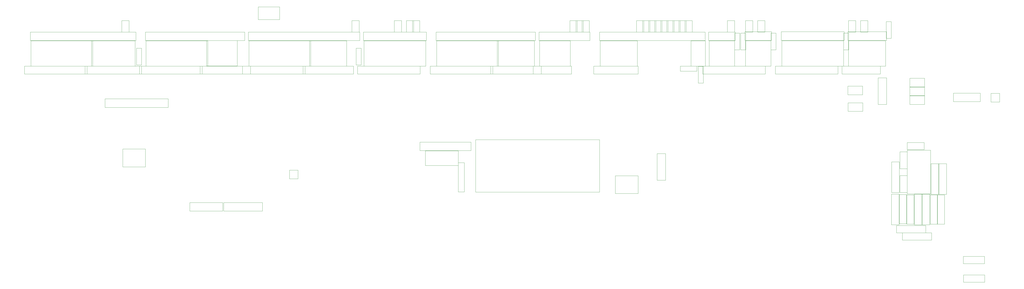
<source format=gbr>
G04 #@! TF.GenerationSoftware,KiCad,Pcbnew,7.0.9*
G04 #@! TF.CreationDate,2024-04-03T04:21:05-05:00*
G04 #@! TF.ProjectId,DG Nova CPU Tester,4447204e-6f76-4612-9043-505520546573,Rev 0*
G04 #@! TF.SameCoordinates,Original*
G04 #@! TF.FileFunction,Other,User*
%FSLAX46Y46*%
G04 Gerber Fmt 4.6, Leading zero omitted, Abs format (unit mm)*
G04 Created by KiCad (PCBNEW 7.0.9) date 2024-04-03 04:21:05*
%MOMM*%
%LPD*%
G01*
G04 APERTURE LIST*
%ADD10C,0.050000*%
%ADD11C,0.120000*%
G04 APERTURE END LIST*
D10*
X28780000Y-45340000D02*
X28780000Y-48640000D01*
X28780000Y-48640000D02*
X55030000Y-48640000D01*
X55030000Y-45340000D02*
X28780000Y-45340000D01*
X55030000Y-48640000D02*
X55030000Y-45340000D01*
X406300000Y-57763000D02*
X400150000Y-57763000D01*
X400150000Y-57763000D02*
X400150000Y-61363000D01*
X406300000Y-61363000D02*
X406300000Y-57763000D01*
X400150000Y-61363000D02*
X406300000Y-61363000D01*
X374120000Y-57299000D02*
X380270000Y-57299000D01*
X380270000Y-57299000D02*
X380270000Y-53699000D01*
X374120000Y-53699000D02*
X374120000Y-57299000D01*
X380270000Y-53699000D02*
X374120000Y-53699000D01*
X98149000Y-106194000D02*
X111899000Y-106194000D01*
X111899000Y-106194000D02*
X111899000Y-102594000D01*
X98149000Y-102594000D02*
X98149000Y-106194000D01*
X111899000Y-102594000D02*
X98149000Y-102594000D01*
X401889000Y-99407000D02*
X398889000Y-99407000D01*
X398889000Y-99407000D02*
X398889000Y-111667000D01*
X401889000Y-111667000D02*
X401889000Y-99407000D01*
X398889000Y-111667000D02*
X401889000Y-111667000D01*
X168480000Y-45340000D02*
X168480000Y-48640000D01*
X168480000Y-48640000D02*
X194730000Y-48640000D01*
X194730000Y-45340000D02*
X168480000Y-45340000D01*
X194730000Y-48640000D02*
X194730000Y-45340000D01*
X198960000Y-45340000D02*
X198960000Y-48640000D01*
X198960000Y-48640000D02*
X225210000Y-48640000D01*
X225210000Y-45340000D02*
X198960000Y-45340000D01*
X225210000Y-48640000D02*
X225210000Y-45340000D01*
X390237000Y-33589000D02*
X392337000Y-33589000D01*
X392337000Y-33589000D02*
X392337000Y-26609000D01*
X390237000Y-26609000D02*
X390237000Y-33589000D01*
X392337000Y-26609000D02*
X390237000Y-26609000D01*
X399054500Y-77392500D02*
X399054500Y-80392500D01*
X399054500Y-80392500D02*
X406154500Y-80392500D01*
X406154500Y-77392500D02*
X399054500Y-77392500D01*
X406154500Y-80392500D02*
X406154500Y-77392500D01*
X112322200Y-106219400D02*
X128622200Y-106219400D01*
X128622200Y-106219400D02*
X128622200Y-102619400D01*
X112322200Y-102619400D02*
X112322200Y-106219400D01*
X128622200Y-102619400D02*
X112322200Y-102619400D01*
X409228000Y-118340000D02*
X409228000Y-115340000D01*
X409228000Y-115340000D02*
X396968000Y-115340000D01*
X396968000Y-118340000D02*
X409228000Y-118340000D01*
X396968000Y-115340000D02*
X396968000Y-118340000D01*
X380387000Y-60684000D02*
X374237000Y-60684000D01*
X374237000Y-60684000D02*
X374237000Y-64284000D01*
X380387000Y-64284000D02*
X380387000Y-60684000D01*
X374237000Y-64284000D02*
X380387000Y-64284000D01*
X186970000Y-26155000D02*
X183870000Y-26155000D01*
X183870000Y-26155000D02*
X183870000Y-31005000D01*
X186970000Y-31005000D02*
X186970000Y-26155000D01*
X183870000Y-31005000D02*
X186970000Y-31005000D01*
X303810000Y-26155000D02*
X300710000Y-26155000D01*
X300710000Y-26155000D02*
X300710000Y-31005000D01*
X303810000Y-31005000D02*
X303810000Y-26155000D01*
X300710000Y-31005000D02*
X303810000Y-31005000D01*
X79760000Y-45335000D02*
X79760000Y-34675000D01*
X79760000Y-45335000D02*
X105660000Y-45335000D01*
X105660000Y-34675000D02*
X79760000Y-34675000D01*
X105660000Y-45335000D02*
X105660000Y-34675000D01*
X294110000Y-82020000D02*
X294110000Y-93220000D01*
X294110000Y-93220000D02*
X297710000Y-93220000D01*
X297710000Y-82020000D02*
X294110000Y-82020000D01*
X297710000Y-93220000D02*
X297710000Y-82020000D01*
X326670000Y-26155000D02*
X323570000Y-26155000D01*
X323570000Y-26155000D02*
X323570000Y-31005000D01*
X326670000Y-31005000D02*
X326670000Y-26155000D01*
X323570000Y-31005000D02*
X326670000Y-31005000D01*
X296190000Y-26155000D02*
X293090000Y-26155000D01*
X293090000Y-26155000D02*
X293090000Y-31005000D01*
X296190000Y-31005000D02*
X296190000Y-26155000D01*
X293090000Y-31005000D02*
X296190000Y-31005000D01*
X334290000Y-26155000D02*
X331190000Y-26155000D01*
X331190000Y-26155000D02*
X331190000Y-31005000D01*
X334290000Y-31005000D02*
X334290000Y-26155000D01*
X331190000Y-31005000D02*
X334290000Y-31005000D01*
X326610000Y-38415000D02*
X328710000Y-38415000D01*
X328710000Y-38415000D02*
X328710000Y-31435000D01*
X326610000Y-31435000D02*
X326610000Y-38415000D01*
X328710000Y-31435000D02*
X326610000Y-31435000D01*
X346180000Y-34439000D02*
X372630000Y-34439000D01*
X372630000Y-34439000D02*
X372630000Y-30839000D01*
X346180000Y-30839000D02*
X346180000Y-34439000D01*
X372630000Y-30839000D02*
X346180000Y-30839000D01*
X288570000Y-26155000D02*
X285470000Y-26155000D01*
X285470000Y-26155000D02*
X285470000Y-31005000D01*
X288570000Y-31005000D02*
X288570000Y-26155000D01*
X285470000Y-31005000D02*
X288570000Y-31005000D01*
X395639000Y-99107000D02*
X392439000Y-99107000D01*
X392439000Y-99107000D02*
X392439000Y-111967000D01*
X395639000Y-111967000D02*
X395639000Y-99107000D01*
X392439000Y-111967000D02*
X395639000Y-111967000D01*
X315980000Y-45335000D02*
X315980000Y-34675000D01*
X315980000Y-45335000D02*
X326640000Y-45335000D01*
X326640000Y-34675000D02*
X315980000Y-34675000D01*
X326640000Y-45335000D02*
X326640000Y-34675000D01*
X77900000Y-48640000D02*
X77900000Y-45340000D01*
X77900000Y-45340000D02*
X54150000Y-45340000D01*
X54150000Y-48640000D02*
X77900000Y-48640000D01*
X54150000Y-45340000D02*
X54150000Y-48640000D01*
X308360000Y-45335000D02*
X308360000Y-34675000D01*
X308360000Y-45335000D02*
X314325000Y-45335000D01*
X314325000Y-34675000D02*
X308360000Y-34675000D01*
X314325000Y-45335000D02*
X314325000Y-34675000D01*
X77040000Y-45340000D02*
X77040000Y-48640000D01*
X77040000Y-48640000D02*
X103290000Y-48640000D01*
X103290000Y-45340000D02*
X77040000Y-45340000D01*
X103290000Y-48640000D02*
X103290000Y-45340000D01*
X395756000Y-111540000D02*
X398756000Y-111540000D01*
X398756000Y-111540000D02*
X398756000Y-99280000D01*
X395756000Y-99280000D02*
X395756000Y-111540000D01*
X398756000Y-99280000D02*
X395756000Y-99280000D01*
X313260000Y-45340000D02*
X313260000Y-48640000D01*
X313260000Y-48640000D02*
X339510000Y-48640000D01*
X339510000Y-45340000D02*
X313260000Y-45340000D01*
X339510000Y-48640000D02*
X339510000Y-45340000D01*
X371680000Y-45340000D02*
X371680000Y-48640000D01*
X371680000Y-48640000D02*
X387780000Y-48640000D01*
X387780000Y-45340000D02*
X371680000Y-45340000D01*
X387780000Y-48640000D02*
X387780000Y-45340000D01*
X31220000Y-34566000D02*
X75470000Y-34566000D01*
X75470000Y-34566000D02*
X75470000Y-30966000D01*
X31220000Y-30966000D02*
X31220000Y-34566000D01*
X75470000Y-30966000D02*
X31220000Y-30966000D01*
D11*
X217982000Y-98237000D02*
X217982000Y-76237000D01*
X269982000Y-98237000D02*
X217982000Y-98237000D01*
X217982000Y-76237000D02*
X269982000Y-76237000D01*
X269982000Y-76237000D02*
X269982000Y-98237000D01*
D10*
X196955000Y-87027000D02*
X196955000Y-80877000D01*
X210705000Y-87027000D02*
X196955000Y-87027000D01*
X196955000Y-80877000D02*
X210705000Y-80877000D01*
X210705000Y-80877000D02*
X210705000Y-87027000D01*
X122940000Y-45335000D02*
X122940000Y-34675000D01*
X122940000Y-45335000D02*
X148840000Y-45335000D01*
X148840000Y-34675000D02*
X122940000Y-34675000D01*
X148840000Y-45335000D02*
X148840000Y-34675000D01*
X331220000Y-45335000D02*
X331220000Y-34675000D01*
X331220000Y-45335000D02*
X341880000Y-45335000D01*
X341880000Y-34675000D02*
X331220000Y-34675000D01*
X341880000Y-45335000D02*
X341880000Y-34675000D01*
X301270000Y-26155000D02*
X298170000Y-26155000D01*
X298170000Y-26155000D02*
X298170000Y-31005000D01*
X301270000Y-31005000D02*
X301270000Y-26155000D01*
X298170000Y-31005000D02*
X301270000Y-31005000D01*
X120220000Y-45340000D02*
X120220000Y-48640000D01*
X120220000Y-48640000D02*
X146470000Y-48640000D01*
X146470000Y-45340000D02*
X120220000Y-45340000D01*
X146470000Y-48640000D02*
X146470000Y-45340000D01*
X263170000Y-26155000D02*
X260070000Y-26155000D01*
X260070000Y-26155000D02*
X260070000Y-31005000D01*
X263170000Y-31005000D02*
X263170000Y-26155000D01*
X260070000Y-31005000D02*
X263170000Y-31005000D01*
X411668000Y-99407000D02*
X408668000Y-99407000D01*
X408668000Y-99407000D02*
X408668000Y-111667000D01*
X411668000Y-111667000D02*
X411668000Y-99407000D01*
X408668000Y-111667000D02*
X411668000Y-111667000D01*
X402006000Y-111967000D02*
X405206000Y-111967000D01*
X405206000Y-111967000D02*
X405206000Y-99107000D01*
X402006000Y-99107000D02*
X402006000Y-111967000D01*
X405206000Y-99107000D02*
X402006000Y-99107000D01*
X431546000Y-136032000D02*
X431546000Y-133032000D01*
X431546000Y-133032000D02*
X422656000Y-133032000D01*
X422656000Y-136032000D02*
X431546000Y-136032000D01*
X422656000Y-133032000D02*
X422656000Y-136032000D01*
X434191000Y-56747000D02*
X434191000Y-60347000D01*
X434191000Y-60347000D02*
X437791000Y-60347000D01*
X437791000Y-56747000D02*
X434191000Y-56747000D01*
X437791000Y-60347000D02*
X437791000Y-56747000D01*
X56900000Y-45335000D02*
X56900000Y-34675000D01*
X56900000Y-45335000D02*
X75180000Y-45335000D01*
X75180000Y-34675000D02*
X56900000Y-34675000D01*
X75180000Y-45335000D02*
X75180000Y-34675000D01*
X406295000Y-50397000D02*
X400145000Y-50397000D01*
X400145000Y-50397000D02*
X400145000Y-53997000D01*
X406295000Y-53997000D02*
X406295000Y-50397000D01*
X400145000Y-53997000D02*
X406295000Y-53997000D01*
X405308000Y-111967000D02*
X408508000Y-111967000D01*
X408508000Y-111967000D02*
X408508000Y-99107000D01*
X405308000Y-99107000D02*
X405308000Y-111967000D01*
X408508000Y-99107000D02*
X405308000Y-99107000D01*
X265710000Y-26155000D02*
X262610000Y-26155000D01*
X262610000Y-26155000D02*
X262610000Y-31005000D01*
X265710000Y-31005000D02*
X265710000Y-26155000D01*
X262610000Y-31005000D02*
X265710000Y-31005000D01*
X308890000Y-26155000D02*
X305790000Y-26155000D01*
X305790000Y-26155000D02*
X305790000Y-31005000D01*
X308890000Y-31005000D02*
X308890000Y-26155000D01*
X305790000Y-31005000D02*
X308890000Y-31005000D01*
X166800000Y-48640000D02*
X166800000Y-45340000D01*
X166800000Y-45340000D02*
X145600000Y-45340000D01*
X145600000Y-48640000D02*
X166800000Y-48640000D01*
X145600000Y-45340000D02*
X145600000Y-48640000D01*
X170920000Y-34566000D02*
X197370000Y-34566000D01*
X197370000Y-34566000D02*
X197370000Y-30966000D01*
X170920000Y-30966000D02*
X170920000Y-34566000D01*
X197370000Y-30966000D02*
X170920000Y-30966000D01*
X169190000Y-26155000D02*
X166090000Y-26155000D01*
X166090000Y-26155000D02*
X166090000Y-31005000D01*
X169190000Y-31005000D02*
X169190000Y-26155000D01*
X166090000Y-31005000D02*
X169190000Y-31005000D01*
X418443000Y-60220000D02*
X429643000Y-60220000D01*
X429643000Y-60220000D02*
X429643000Y-56620000D01*
X418443000Y-56620000D02*
X418443000Y-60220000D01*
X429643000Y-56620000D02*
X418443000Y-56620000D01*
X192050000Y-26155000D02*
X188950000Y-26155000D01*
X188950000Y-26155000D02*
X188950000Y-31005000D01*
X192050000Y-31005000D02*
X192050000Y-26155000D01*
X188950000Y-31005000D02*
X192050000Y-31005000D01*
X267540000Y-45340000D02*
X267540000Y-48640000D01*
X267540000Y-48640000D02*
X286190000Y-48640000D01*
X286190000Y-45340000D02*
X267540000Y-45340000D01*
X286190000Y-48640000D02*
X286190000Y-45340000D01*
X244860000Y-45335000D02*
X244860000Y-34675000D01*
X244860000Y-45335000D02*
X257730000Y-45335000D01*
X257730000Y-34675000D02*
X244860000Y-34675000D01*
X257730000Y-45335000D02*
X257730000Y-34675000D01*
X339370000Y-26155000D02*
X336270000Y-26155000D01*
X336270000Y-26155000D02*
X336270000Y-31005000D01*
X339370000Y-31005000D02*
X339370000Y-26155000D01*
X336270000Y-31005000D02*
X339370000Y-31005000D01*
X431419000Y-128246000D02*
X431419000Y-125246000D01*
X431419000Y-125246000D02*
X422529000Y-125246000D01*
X422529000Y-128246000D02*
X431419000Y-128246000D01*
X422529000Y-125246000D02*
X422529000Y-128246000D01*
X392481000Y-98378000D02*
X395681000Y-98378000D01*
X395681000Y-98378000D02*
X395681000Y-85518000D01*
X392481000Y-85518000D02*
X392481000Y-98378000D01*
X395681000Y-85518000D02*
X392481000Y-85518000D01*
X79480000Y-34566000D02*
X121180000Y-34566000D01*
X121180000Y-34566000D02*
X121180000Y-30966000D01*
X79480000Y-30966000D02*
X79480000Y-34566000D01*
X121180000Y-30966000D02*
X79480000Y-30966000D01*
X148340000Y-45335000D02*
X148340000Y-34675000D01*
X148340000Y-45335000D02*
X163860000Y-45335000D01*
X163860000Y-34675000D02*
X148340000Y-34675000D01*
X163860000Y-45335000D02*
X163860000Y-34675000D01*
X341850000Y-38415000D02*
X343950000Y-38415000D01*
X343950000Y-38415000D02*
X343950000Y-31435000D01*
X341850000Y-31435000D02*
X341850000Y-38415000D01*
X343950000Y-31435000D02*
X341850000Y-31435000D01*
X245540000Y-48640000D02*
X245540000Y-45340000D01*
X245540000Y-45340000D02*
X224340000Y-45340000D01*
X224340000Y-48640000D02*
X245540000Y-48640000D01*
X224340000Y-45340000D02*
X224340000Y-48640000D01*
X122660000Y-34566000D02*
X169410000Y-34566000D01*
X169410000Y-34566000D02*
X169410000Y-30966000D01*
X122660000Y-30966000D02*
X122660000Y-34566000D01*
X169410000Y-30966000D02*
X122660000Y-30966000D01*
X227080000Y-45335000D02*
X227080000Y-34675000D01*
X227080000Y-45335000D02*
X242600000Y-45335000D01*
X242600000Y-34675000D02*
X227080000Y-34675000D01*
X242600000Y-45335000D02*
X242600000Y-34675000D01*
X293650000Y-26155000D02*
X290550000Y-26155000D01*
X290550000Y-26155000D02*
X290550000Y-31005000D01*
X293650000Y-31005000D02*
X293650000Y-26155000D01*
X290550000Y-31005000D02*
X293650000Y-31005000D01*
X270260000Y-45335000D02*
X270260000Y-34675000D01*
X270260000Y-45335000D02*
X285780000Y-45335000D01*
X285780000Y-34675000D02*
X270260000Y-34675000D01*
X285780000Y-45335000D02*
X285780000Y-34675000D01*
X167860000Y-44765000D02*
X169960000Y-44765000D01*
X169960000Y-44765000D02*
X169960000Y-37785000D01*
X167860000Y-37785000D02*
X167860000Y-44765000D01*
X169960000Y-37785000D02*
X167860000Y-37785000D01*
X306350000Y-26155000D02*
X303250000Y-26155000D01*
X303250000Y-26155000D02*
X303250000Y-31005000D01*
X306350000Y-31005000D02*
X306350000Y-26155000D01*
X303250000Y-31005000D02*
X306350000Y-31005000D01*
X394555000Y-112292000D02*
X394555000Y-115292000D01*
X394555000Y-115292000D02*
X406815000Y-115292000D01*
X406815000Y-112292000D02*
X394555000Y-112292000D01*
X406815000Y-115292000D02*
X406815000Y-112292000D01*
X260630000Y-26155000D02*
X257530000Y-26155000D01*
X257530000Y-26155000D02*
X257530000Y-31005000D01*
X260630000Y-31005000D02*
X260630000Y-26155000D01*
X257530000Y-31005000D02*
X260630000Y-31005000D01*
X372330000Y-38415000D02*
X374430000Y-38415000D01*
X374430000Y-38415000D02*
X374430000Y-31435000D01*
X372330000Y-31435000D02*
X372330000Y-38415000D01*
X374430000Y-31435000D02*
X372330000Y-31435000D01*
X343740000Y-45340000D02*
X343740000Y-48640000D01*
X343740000Y-48640000D02*
X369990000Y-48640000D01*
X369990000Y-45340000D02*
X343740000Y-45340000D01*
X369990000Y-48640000D02*
X369990000Y-45340000D01*
X382550000Y-26155000D02*
X379450000Y-26155000D01*
X379450000Y-26155000D02*
X379450000Y-31005000D01*
X382550000Y-31005000D02*
X382550000Y-26155000D01*
X379450000Y-31005000D02*
X382550000Y-31005000D01*
X123620000Y-48640000D02*
X123620000Y-45340000D01*
X123620000Y-45340000D02*
X102420000Y-45340000D01*
X102420000Y-48640000D02*
X123620000Y-48640000D01*
X102420000Y-45340000D02*
X102420000Y-48640000D01*
X201400000Y-34566000D02*
X243100000Y-34566000D01*
X243100000Y-34566000D02*
X243100000Y-30966000D01*
X201400000Y-30966000D02*
X201400000Y-34566000D01*
X243100000Y-30966000D02*
X201400000Y-30966000D01*
X269980000Y-34566000D02*
X314230000Y-34566000D01*
X314230000Y-34566000D02*
X314230000Y-30966000D01*
X269980000Y-30966000D02*
X269980000Y-34566000D01*
X314230000Y-30966000D02*
X269980000Y-30966000D01*
X79501000Y-87600000D02*
X79251000Y-87600000D01*
X79501000Y-87350000D02*
X79501000Y-87600000D01*
X79501000Y-80350000D02*
X79501000Y-87350000D01*
X79501000Y-80350000D02*
X79501000Y-80100000D01*
X79501000Y-80100000D02*
X79251000Y-80100000D01*
X79251000Y-87600000D02*
X70251000Y-87600000D01*
X70251000Y-87600000D02*
X70001000Y-87600000D01*
X70251000Y-80100000D02*
X79251000Y-80100000D01*
X70251000Y-80100000D02*
X70001000Y-80100000D01*
X70001000Y-87600000D02*
X70001000Y-87350000D01*
X70001000Y-87350000D02*
X70001000Y-80350000D01*
X70001000Y-80100000D02*
X70001000Y-80350000D01*
X244580000Y-34566000D02*
X265930000Y-34566000D01*
X265930000Y-34566000D02*
X265930000Y-30966000D01*
X244580000Y-30966000D02*
X244580000Y-34566000D01*
X265930000Y-30966000D02*
X244580000Y-30966000D01*
X75785000Y-44765000D02*
X77885000Y-44765000D01*
X77885000Y-44765000D02*
X77885000Y-37785000D01*
X75785000Y-37785000D02*
X75785000Y-44765000D01*
X77885000Y-37785000D02*
X75785000Y-37785000D01*
X374400000Y-45335000D02*
X374400000Y-34675000D01*
X374400000Y-45335000D02*
X389920000Y-45335000D01*
X389920000Y-34675000D02*
X374400000Y-34675000D01*
X389920000Y-45335000D02*
X389920000Y-34675000D01*
X291110000Y-26155000D02*
X288010000Y-26155000D01*
X288010000Y-26155000D02*
X288010000Y-31005000D01*
X291110000Y-31005000D02*
X291110000Y-26155000D01*
X288010000Y-31005000D02*
X291110000Y-31005000D01*
X346460000Y-45335000D02*
X346460000Y-34675000D01*
X346460000Y-45335000D02*
X372360000Y-45335000D01*
X372360000Y-34675000D02*
X346460000Y-34675000D01*
X372360000Y-45335000D02*
X372360000Y-34675000D01*
X411716000Y-111667000D02*
X414716000Y-111667000D01*
X414716000Y-111667000D02*
X414716000Y-99407000D01*
X411716000Y-99407000D02*
X411716000Y-111667000D01*
X414716000Y-99407000D02*
X411716000Y-99407000D01*
X213260000Y-85870000D02*
X210760000Y-85870000D01*
X210760000Y-85870000D02*
X210760000Y-98130000D01*
X213260000Y-98130000D02*
X213260000Y-85870000D01*
X210760000Y-98130000D02*
X213260000Y-98130000D01*
X126818000Y-20413000D02*
X135818000Y-20413000D01*
X126818000Y-25713000D02*
X126818000Y-20413000D01*
X135818000Y-20413000D02*
X135818000Y-25713000D01*
X135818000Y-25713000D02*
X126818000Y-25713000D01*
X311370000Y-52385000D02*
X313470000Y-52385000D01*
X313470000Y-52385000D02*
X313470000Y-45405000D01*
X311370000Y-45405000D02*
X311370000Y-52385000D01*
X313470000Y-45405000D02*
X311370000Y-45405000D01*
X62589000Y-62633000D02*
X89039000Y-62633000D01*
X89039000Y-62633000D02*
X89039000Y-59033000D01*
X62589000Y-59033000D02*
X62589000Y-62633000D01*
X89039000Y-59033000D02*
X62589000Y-59033000D01*
X380387000Y-60684000D02*
X374237000Y-60684000D01*
X374237000Y-60684000D02*
X374237000Y-64284000D01*
X380387000Y-64284000D02*
X380387000Y-60684000D01*
X374237000Y-64284000D02*
X380387000Y-64284000D01*
X374120000Y-34439000D02*
X390420000Y-34439000D01*
X390420000Y-34439000D02*
X390420000Y-30839000D01*
X374120000Y-30839000D02*
X374120000Y-34439000D01*
X390420000Y-30839000D02*
X374120000Y-30839000D01*
X303850000Y-45305000D02*
X303850000Y-47405000D01*
X303850000Y-47405000D02*
X310830000Y-47405000D01*
X310830000Y-45305000D02*
X303850000Y-45305000D01*
X310830000Y-47405000D02*
X310830000Y-45305000D01*
X374120000Y-57299000D02*
X380270000Y-57299000D01*
X380270000Y-57299000D02*
X380270000Y-53699000D01*
X374120000Y-53699000D02*
X374120000Y-57299000D01*
X380270000Y-53699000D02*
X374120000Y-53699000D01*
X242140000Y-45340000D02*
X242140000Y-48640000D01*
X242140000Y-48640000D02*
X258240000Y-48640000D01*
X258240000Y-45340000D02*
X242140000Y-45340000D01*
X258240000Y-48640000D02*
X258240000Y-45340000D01*
X201680000Y-45335000D02*
X201680000Y-34675000D01*
X201680000Y-45335000D02*
X227580000Y-45335000D01*
X227580000Y-34675000D02*
X201680000Y-34675000D01*
X227580000Y-45335000D02*
X227580000Y-34675000D01*
X377470000Y-26155000D02*
X374370000Y-26155000D01*
X374370000Y-26155000D02*
X374370000Y-31005000D01*
X377470000Y-31005000D02*
X377470000Y-26155000D01*
X374370000Y-31005000D02*
X377470000Y-31005000D01*
X194590000Y-26155000D02*
X191490000Y-26155000D01*
X191490000Y-26155000D02*
X191490000Y-31005000D01*
X194590000Y-31005000D02*
X194590000Y-26155000D01*
X191490000Y-31005000D02*
X194590000Y-31005000D01*
X72670000Y-26155000D02*
X69570000Y-26155000D01*
X69570000Y-26155000D02*
X69570000Y-31005000D01*
X72670000Y-31005000D02*
X72670000Y-26155000D01*
X69570000Y-31005000D02*
X72670000Y-31005000D01*
X194669000Y-80794000D02*
X216019000Y-80794000D01*
X216019000Y-80794000D02*
X216019000Y-77194000D01*
X194669000Y-77194000D02*
X194669000Y-80794000D01*
X216019000Y-77194000D02*
X194669000Y-77194000D01*
X139932000Y-89005000D02*
X139932000Y-92605000D01*
X139932000Y-92605000D02*
X143532000Y-92605000D01*
X143532000Y-89005000D02*
X139932000Y-89005000D01*
X143532000Y-92605000D02*
X143532000Y-89005000D01*
X31500000Y-45335000D02*
X31500000Y-34675000D01*
X31500000Y-45335000D02*
X57400000Y-45335000D01*
X57400000Y-34675000D02*
X31500000Y-34675000D01*
X57400000Y-45335000D02*
X57400000Y-34675000D01*
X315700000Y-34566000D02*
X326900000Y-34566000D01*
X326900000Y-34566000D02*
X326900000Y-30966000D01*
X315700000Y-30966000D02*
X315700000Y-34566000D01*
X326900000Y-30966000D02*
X315700000Y-30966000D01*
X390420000Y-61420000D02*
X390420000Y-50220000D01*
X390420000Y-50220000D02*
X386820000Y-50220000D01*
X386820000Y-61420000D02*
X390420000Y-61420000D01*
X386820000Y-50220000D02*
X386820000Y-61420000D01*
X329150000Y-38415000D02*
X331250000Y-38415000D01*
X331250000Y-38415000D02*
X331250000Y-31435000D01*
X329150000Y-31435000D02*
X329150000Y-38415000D01*
X331250000Y-31435000D02*
X329150000Y-31435000D01*
X286120000Y-98850000D02*
X285870000Y-98850000D01*
X286120000Y-98600000D02*
X286120000Y-98850000D01*
X286120000Y-91600000D02*
X286120000Y-98600000D01*
X286120000Y-91600000D02*
X286120000Y-91350000D01*
X286120000Y-91350000D02*
X285870000Y-91350000D01*
X285870000Y-98850000D02*
X276870000Y-98850000D01*
X276870000Y-98850000D02*
X276620000Y-98850000D01*
X276870000Y-91350000D02*
X285870000Y-91350000D01*
X276870000Y-91350000D02*
X276620000Y-91350000D01*
X276620000Y-98850000D02*
X276620000Y-98600000D01*
X276620000Y-98600000D02*
X276620000Y-91600000D01*
X276620000Y-91350000D02*
X276620000Y-91600000D01*
X105160000Y-45227500D02*
X105160000Y-34567500D01*
X105160000Y-45227500D02*
X118030000Y-45227500D01*
X118030000Y-34567500D02*
X105160000Y-34567500D01*
X118030000Y-45227500D02*
X118030000Y-34567500D01*
X399051500Y-80644500D02*
X399051500Y-98994500D01*
X399051500Y-98994500D02*
X408851500Y-98994500D01*
X408851500Y-80644500D02*
X399051500Y-80644500D01*
X408851500Y-98994500D02*
X408851500Y-80644500D01*
X408991000Y-99140000D02*
X412191000Y-99140000D01*
X412191000Y-99140000D02*
X412191000Y-86280000D01*
X408991000Y-86280000D02*
X408991000Y-99140000D01*
X412191000Y-86280000D02*
X408991000Y-86280000D01*
X330940000Y-34439000D02*
X342140000Y-34439000D01*
X342140000Y-34439000D02*
X342140000Y-30839000D01*
X330940000Y-30839000D02*
X330940000Y-34439000D01*
X342140000Y-30839000D02*
X330940000Y-30839000D01*
X398984500Y-91257500D02*
X395984500Y-91257500D01*
X395984500Y-91257500D02*
X395984500Y-98357500D01*
X398984500Y-98357500D02*
X398984500Y-91257500D01*
X395984500Y-98357500D02*
X398984500Y-98357500D01*
X298730000Y-26155000D02*
X295630000Y-26155000D01*
X295630000Y-26155000D02*
X295630000Y-31005000D01*
X298730000Y-31005000D02*
X298730000Y-26155000D01*
X295630000Y-31005000D02*
X298730000Y-31005000D01*
X412293000Y-99140000D02*
X415493000Y-99140000D01*
X415493000Y-99140000D02*
X415493000Y-86280000D01*
X412293000Y-86280000D02*
X412293000Y-99140000D01*
X415493000Y-86280000D02*
X412293000Y-86280000D01*
X395984500Y-88371500D02*
X398984500Y-88371500D01*
X398984500Y-88371500D02*
X398984500Y-81271500D01*
X395984500Y-81271500D02*
X395984500Y-88371500D01*
X398984500Y-81271500D02*
X395984500Y-81271500D01*
X171200000Y-45335000D02*
X171200000Y-34675000D01*
X171200000Y-45335000D02*
X197100000Y-45335000D01*
X197100000Y-34675000D02*
X171200000Y-34675000D01*
X197100000Y-45335000D02*
X197100000Y-34675000D01*
X406285000Y-54080000D02*
X400135000Y-54080000D01*
X400135000Y-54080000D02*
X400135000Y-57680000D01*
X406285000Y-57680000D02*
X406285000Y-54080000D01*
X400135000Y-57680000D02*
X406285000Y-57680000D01*
M02*

</source>
